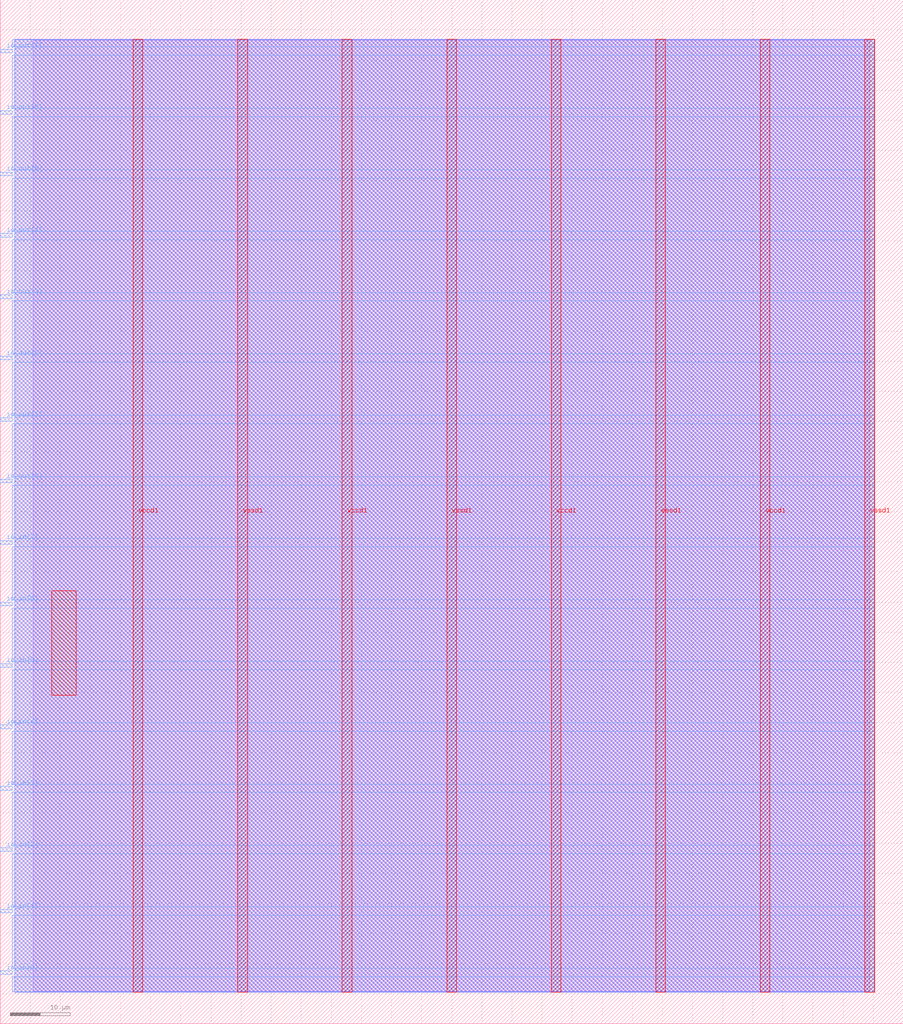
<source format=lef>
VERSION 5.7 ;
  NOWIREEXTENSIONATPIN ON ;
  DIVIDERCHAR "/" ;
  BUSBITCHARS "[]" ;
MACRO kevinwguan_tiny_tapeout
  CLASS BLOCK ;
  FOREIGN kevinwguan_tiny_tapeout ;
  ORIGIN 0.000 0.000 ;
  SIZE 150.000 BY 170.000 ;
  PIN io_in[0]
    DIRECTION INPUT ;
    USE SIGNAL ;
    PORT
      LAYER met3 ;
        RECT 0.000 8.200 2.000 8.800 ;
    END
  END io_in[0]
  PIN io_in[1]
    DIRECTION INPUT ;
    USE SIGNAL ;
    PORT
      LAYER met3 ;
        RECT 0.000 18.400 2.000 19.000 ;
    END
  END io_in[1]
  PIN io_in[2]
    DIRECTION INPUT ;
    USE SIGNAL ;
    PORT
      LAYER met3 ;
        RECT 0.000 28.600 2.000 29.200 ;
    END
  END io_in[2]
  PIN io_in[3]
    DIRECTION INPUT ;
    USE SIGNAL ;
    PORT
      LAYER met3 ;
        RECT 0.000 38.800 2.000 39.400 ;
    END
  END io_in[3]
  PIN io_in[4]
    DIRECTION INPUT ;
    USE SIGNAL ;
    PORT
      LAYER met3 ;
        RECT 0.000 49.000 2.000 49.600 ;
    END
  END io_in[4]
  PIN io_in[5]
    DIRECTION INPUT ;
    USE SIGNAL ;
    PORT
      LAYER met3 ;
        RECT 0.000 59.200 2.000 59.800 ;
    END
  END io_in[5]
  PIN io_in[6]
    DIRECTION INPUT ;
    USE SIGNAL ;
    PORT
      LAYER met3 ;
        RECT 0.000 69.400 2.000 70.000 ;
    END
  END io_in[6]
  PIN io_in[7]
    DIRECTION INPUT ;
    USE SIGNAL ;
    PORT
      LAYER met3 ;
        RECT 0.000 79.600 2.000 80.200 ;
    END
  END io_in[7]
  PIN io_out[0]
    DIRECTION OUTPUT TRISTATE ;
    USE SIGNAL ;
    PORT
      LAYER met3 ;
        RECT 0.000 89.800 2.000 90.400 ;
    END
  END io_out[0]
  PIN io_out[1]
    DIRECTION OUTPUT TRISTATE ;
    USE SIGNAL ;
    PORT
      LAYER met3 ;
        RECT 0.000 100.000 2.000 100.600 ;
    END
  END io_out[1]
  PIN io_out[2]
    DIRECTION OUTPUT TRISTATE ;
    USE SIGNAL ;
    PORT
      LAYER met3 ;
        RECT 0.000 110.200 2.000 110.800 ;
    END
  END io_out[2]
  PIN io_out[3]
    DIRECTION OUTPUT TRISTATE ;
    USE SIGNAL ;
    PORT
      LAYER met3 ;
        RECT 0.000 120.400 2.000 121.000 ;
    END
  END io_out[3]
  PIN io_out[4]
    DIRECTION OUTPUT TRISTATE ;
    USE SIGNAL ;
    PORT
      LAYER met3 ;
        RECT 0.000 130.600 2.000 131.200 ;
    END
  END io_out[4]
  PIN io_out[5]
    DIRECTION OUTPUT TRISTATE ;
    USE SIGNAL ;
    PORT
      LAYER met3 ;
        RECT 0.000 140.800 2.000 141.400 ;
    END
  END io_out[5]
  PIN io_out[6]
    DIRECTION OUTPUT TRISTATE ;
    USE SIGNAL ;
    PORT
      LAYER met3 ;
        RECT 0.000 151.000 2.000 151.600 ;
    END
  END io_out[6]
  PIN io_out[7]
    DIRECTION OUTPUT TRISTATE ;
    USE SIGNAL ;
    PORT
      LAYER met3 ;
        RECT 0.000 161.200 2.000 161.800 ;
    END
  END io_out[7]
  PIN vccd1
    DIRECTION INOUT ;
    USE POWER ;
    PORT
      LAYER met4 ;
        RECT 22.085 5.200 23.685 163.440 ;
    END
    PORT
      LAYER met4 ;
        RECT 56.815 5.200 58.415 163.440 ;
    END
    PORT
      LAYER met4 ;
        RECT 91.545 5.200 93.145 163.440 ;
    END
    PORT
      LAYER met4 ;
        RECT 126.275 5.200 127.875 163.440 ;
    END
  END vccd1
  PIN vssd1
    DIRECTION INOUT ;
    USE GROUND ;
    PORT
      LAYER met4 ;
        RECT 39.450 5.200 41.050 163.440 ;
    END
    PORT
      LAYER met4 ;
        RECT 74.180 5.200 75.780 163.440 ;
    END
    PORT
      LAYER met4 ;
        RECT 108.910 5.200 110.510 163.440 ;
    END
    PORT
      LAYER met4 ;
        RECT 143.640 5.200 145.240 163.440 ;
    END
  END vssd1
  OBS
      LAYER li1 ;
        RECT 5.520 5.355 144.440 163.285 ;
      LAYER met1 ;
        RECT 2.370 5.200 145.240 163.440 ;
      LAYER met2 ;
        RECT 2.390 5.255 145.210 163.385 ;
      LAYER met3 ;
        RECT 2.000 162.200 145.230 163.365 ;
        RECT 2.400 160.800 145.230 162.200 ;
        RECT 2.000 152.000 145.230 160.800 ;
        RECT 2.400 150.600 145.230 152.000 ;
        RECT 2.000 141.800 145.230 150.600 ;
        RECT 2.400 140.400 145.230 141.800 ;
        RECT 2.000 131.600 145.230 140.400 ;
        RECT 2.400 130.200 145.230 131.600 ;
        RECT 2.000 121.400 145.230 130.200 ;
        RECT 2.400 120.000 145.230 121.400 ;
        RECT 2.000 111.200 145.230 120.000 ;
        RECT 2.400 109.800 145.230 111.200 ;
        RECT 2.000 101.000 145.230 109.800 ;
        RECT 2.400 99.600 145.230 101.000 ;
        RECT 2.000 90.800 145.230 99.600 ;
        RECT 2.400 89.400 145.230 90.800 ;
        RECT 2.000 80.600 145.230 89.400 ;
        RECT 2.400 79.200 145.230 80.600 ;
        RECT 2.000 70.400 145.230 79.200 ;
        RECT 2.400 69.000 145.230 70.400 ;
        RECT 2.000 60.200 145.230 69.000 ;
        RECT 2.400 58.800 145.230 60.200 ;
        RECT 2.000 50.000 145.230 58.800 ;
        RECT 2.400 48.600 145.230 50.000 ;
        RECT 2.000 39.800 145.230 48.600 ;
        RECT 2.400 38.400 145.230 39.800 ;
        RECT 2.000 29.600 145.230 38.400 ;
        RECT 2.400 28.200 145.230 29.600 ;
        RECT 2.000 19.400 145.230 28.200 ;
        RECT 2.400 18.000 145.230 19.400 ;
        RECT 2.000 9.200 145.230 18.000 ;
        RECT 2.400 7.800 145.230 9.200 ;
        RECT 2.000 5.275 145.230 7.800 ;
      LAYER met4 ;
        RECT 8.575 54.575 12.585 71.905 ;
  END
END kevinwguan_tiny_tapeout
END LIBRARY


</source>
